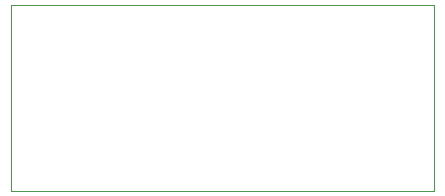
<source format=gbr>
G04 #@! TF.GenerationSoftware,KiCad,Pcbnew,(5.1.10)-1*
G04 #@! TF.CreationDate,2021-08-26T20:53:31-05:00*
G04 #@! TF.ProjectId,OGPsim,4f475073-696d-42e6-9b69-6361645f7063,rev?*
G04 #@! TF.SameCoordinates,Original*
G04 #@! TF.FileFunction,Profile,NP*
%FSLAX46Y46*%
G04 Gerber Fmt 4.6, Leading zero omitted, Abs format (unit mm)*
G04 Created by KiCad (PCBNEW (5.1.10)-1) date 2021-08-26 20:53:31*
%MOMM*%
%LPD*%
G01*
G04 APERTURE LIST*
G04 #@! TA.AperFunction,Profile*
%ADD10C,0.050000*%
G04 #@! TD*
G04 APERTURE END LIST*
D10*
X167487600Y-102108000D02*
X131673600Y-102108000D01*
X167487600Y-86360000D02*
X167487600Y-102108000D01*
X131673600Y-86360000D02*
X167487600Y-86360000D01*
X131673600Y-102108000D02*
X131673600Y-86360000D01*
M02*

</source>
